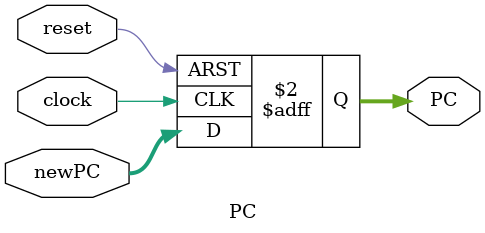
<source format=v>
module PC(
    input wire [31:0] newPC,
    input wire clock,
    input wire reset,
    output reg[31:0] PC); //Not sure if I'm in love with these names, feel free to suggest fixes.

    always @(posedge clock or posedge reset) begin
        if (reset) begin
            PC <= 32'h00000000;
        end
        else begin
            PC <= newPC;
        end
    end


endmodule
</source>
